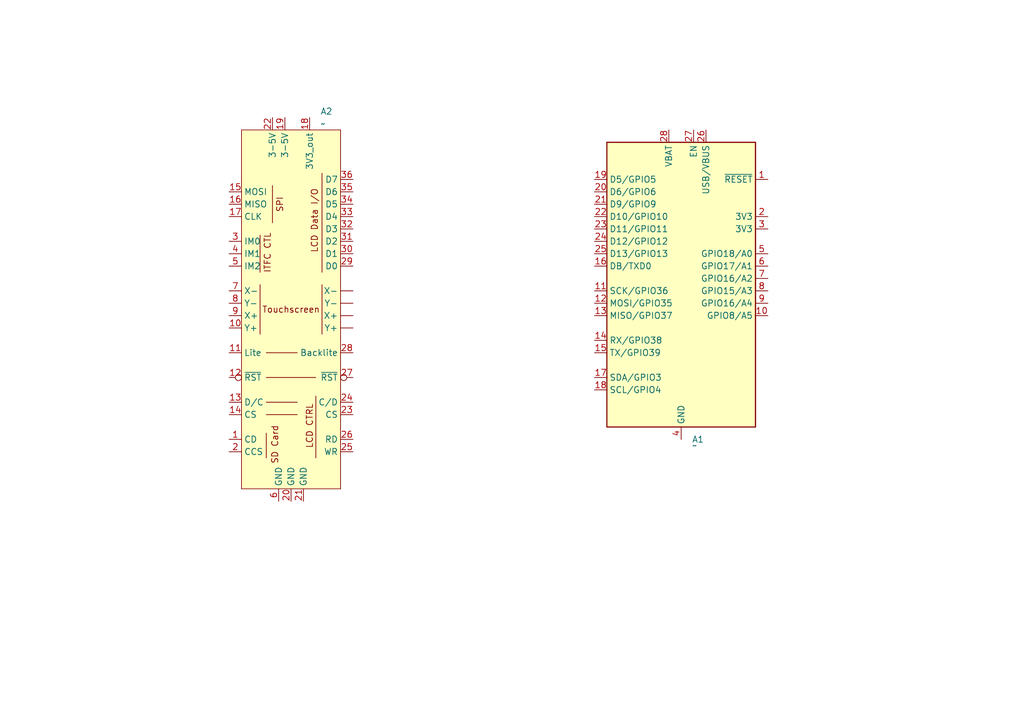
<source format=kicad_sch>
(kicad_sch (version 20231120) (generator "eeschema") (generator_version "8.0")
  (paper "A5")
  (lib_symbols
    (symbol "ESP32:adafruit_feather_esp32s3"
      (property "Reference" "A" (at -14.224 29.21 0))
      (symbol "adafruit_feather_esp32s3_1_1"
        (rectangle (start -15.24 27.94) (end 15.24 -30.48) (stroke (width 0.254)) (fill (type background)))
        (pin input line (at 17.78 20.32 180) (length 2.54) (name "~{RESET}") (number "1"))
        (pin bidirectional line (at 17.78 -7.62 180) (length 2.54) (name "GPIO8/A5") (number "10"))
        (pin bidirectional line (at -17.78 -2.54 0) (length 2.54) (name "SCK/GPIO36") (number "11"))
        (pin bidirectional line (at -17.78 -5.08 0) (length 2.54) (name "MOSI/GPIO35") (number "12"))
        (pin bidirectional line (at -17.78 -7.62 0) (length 2.54) (name "MISO/GPIO37") (number "13"))
        (pin bidirectional line (at -17.78 -12.7 0) (length 2.54) (name "RX/GPIO38") (number "14"))
        (pin bidirectional line (at -17.78 -15.24 0) (length 2.54) (name "TX/GPIO39") (number "15"))
        (pin bidirectional line (at -17.78 2.54 0) (length 2.54) (name "DB/TXD0") (number "16"))
        (pin bidirectional line (at -17.78 -20.32 0) (length 2.54) (name "SDA/GPIO3") (number "17"))
        (pin bidirectional line (at -17.78 -22.86 0) (length 2.54) (name "SCL/GPIO4") (number "18"))
        (pin bidirectional line (at -17.78 20.32 0) (length 2.54) (name "D5/GPIO5") (number "19"))
        (pin input line (at 17.78 12.7 180) (length 2.54) (name "3V3") (number "2"))
        (pin bidirectional line (at -17.78 17.78 0) (length 2.54) (name "D6/GPIO6") (number "20"))
        (pin bidirectional line (at -17.78 15.24 0) (length 2.54) (name "D9/GPIO9") (number "21"))
        (pin bidirectional line (at -17.78 12.7 0) (length 2.54) (name "D10/GPIO10") (number "22"))
        (pin bidirectional line (at -17.78 10.16 0) (length 2.54) (name "D11/GPIO11") (number "23"))
        (pin bidirectional line (at -17.78 7.62 0) (length 2.54) (name "D12/GPIO12") (number "24"))
        (pin bidirectional line (at -17.78 5.08 0) (length 2.54) (name "D13/GPIO13") (number "25"))
        (pin power_in line (at 5.08 30.48 270) (length 2.54) (name "USB/VBUS") (number "26"))
        (pin power_in line (at 2.54 30.48 270) (length 2.54) (name "EN") (number "27"))
        (pin power_in line (at -2.54 30.48 270) (length 2.54) (name "VBAT") (number "28"))
        (pin input line (at 17.78 10.16 180) (length 2.54) (name "3V3") (number "3"))
        (pin power_in line (at 0 -33.02 90) (length 2.54) (name "GND") (number "4"))
        (pin bidirectional line (at 17.78 5.08 180) (length 2.54) (name "GPIO18/A0") (number "5"))
        (pin bidirectional line (at 17.78 2.54 180) (length 2.54) (name "GPIO17/A1") (number "6"))
        (pin bidirectional line (at 17.78 0 180) (length 2.54) (name "GPIO16/A2") (number "7"))
        (pin bidirectional line (at 17.78 -2.54 180) (length 2.54) (name "GPIO15/A3") (number "8"))
        (pin bidirectional line (at 17.78 -5.08 180) (length 2.54) (name "GPIO16/A4") (number "9"))
      )
    )
    (symbol "TFT_Touchscreen:adafruit_320x480_resistive"
      (property "Reference" "A" (at -9.398 38.354 0))
      (symbol "adafruit_320x480_resistive_0_1"
        (polyline (pts (xy 6.35 27.94) (xy 6.35 7.62)))
      )
      (symbol "adafruit_320x480_resistive_1_1"
        (rectangle (start -10.16 36.83) (end 10.16 -36.83) (fill (type background)))
        (polyline (pts (xy -6.35 5.08) (xy -6.35 -5.08)))
        (polyline (pts (xy -6.35 15.24) (xy -6.35 7.62)))
        (polyline (pts (xy -5.08 -30.48) (xy -5.08 -25.4)))
        (polyline (pts (xy -5.08 -21.59) (xy 1.27 -21.59)))
        (polyline (pts (xy -5.08 -19.05) (xy 1.27 -19.05)))
        (polyline (pts (xy -5.08 -13.97) (xy 5.08 -13.97)))
        (polyline (pts (xy -5.08 -8.89) (xy 1.27 -8.89)))
        (polyline (pts (xy -3.81 25.4) (xy -3.81 17.78)))
        (polyline (pts (xy 5.08 -17.78) (xy 5.08 -30.48)))
        (polyline (pts (xy 6.35 5.08) (xy 6.35 -5.08)))
        (text "ITFC CTL" (at -4.826 11.684 900) (effects (font (size 1.27 1.27))))
        (text "LCD CTRL" (at 3.81 -23.876 900) (effects (font (size 1.27 1.27))))
        (text "LCD Data I/O" (at 4.826 18.288 900) (effects (font (size 1.27 1.27))))
        (text "SD Card" (at -3.302 -27.686 900) (effects (font (size 1.27 1.27))))
        (text "SPI" (at -2.286 21.59 900) (effects (font (size 1.27 1.27))))
        (text "Touchscreen" (at 0 0 0) (effects (font (size 1.27 1.27))))
        (pin output line (at 12.7 -1.27 180) (length 2.54) (name "X+") (number ""))
        (pin output line (at 12.7 3.81 180) (length 2.54) (name "X-") (number ""))
        (pin output line (at 12.7 -3.81 180) (length 2.54) (name "Y+") (number ""))
        (pin output line (at 12.7 1.27 180) (length 2.54) (name "Y-") (number ""))
        (pin output line (at -12.7 -26.67 0) (length 2.54) (name "CD") (number "1"))
        (pin output line (at -12.7 -3.81 0) (length 2.54) (name "Y+") (number "10"))
        (pin input line (at -12.7 -8.89 0) (length 2.54) (name "Lite") (number "11"))
        (pin input inverted (at -12.7 -13.97 0) (length 2.54) (name "~{RST}") (number "12"))
        (pin input line (at -12.7 -19.05 0) (length 2.54) (name "D/C") (number "13"))
        (pin input line (at -12.7 -21.59 0) (length 2.54) (name "CS") (number "14"))
        (pin input line (at -12.7 24.13 0) (length 2.54) (name "MOSI") (number "15"))
        (pin output line (at -12.7 21.59 0) (length 2.54) (name "MISO") (number "16"))
        (pin input line (at -12.7 19.05 0) (length 2.54) (name "CLK") (number "17"))
        (pin power_out line (at 3.81 39.37 270) (length 2.54) (name "3V3_out") (number "18"))
        (pin power_in line (at -1.27 39.37 270) (length 2.54) (name "3-5V") (number "19"))
        (pin output line (at -12.7 -29.21 0) (length 2.54) (name "CCS") (number "2"))
        (pin power_in line (at 0 -39.37 90) (length 2.54) (name "GND") (number "20"))
        (pin power_in line (at 2.54 -39.37 90) (length 2.54) (name "GND") (number "21"))
        (pin power_in line (at -3.81 39.37 270) (length 2.54) (name "3-5V") (number "22"))
        (pin input line (at 12.7 -21.59 180) (length 2.54) (name "CS") (number "23"))
        (pin input line (at 12.7 -19.05 180) (length 2.54) (name "C/D") (number "24"))
        (pin input line (at 12.7 -29.21 180) (length 2.54) (name "WR") (number "25"))
        (pin output line (at 12.7 -26.67 180) (length 2.54) (name "RD") (number "26"))
        (pin input inverted (at 12.7 -13.97 180) (length 2.54) (name "~{RST}") (number "27"))
        (pin input line (at 12.7 -8.89 180) (length 2.54) (name "Backlite") (number "28"))
        (pin bidirectional line (at 12.7 8.89 180) (length 2.54) (name "D0") (number "29"))
        (pin input line (at -12.7 13.97 0) (length 2.54) (name "IM0") (number "3"))
        (pin bidirectional line (at 12.7 11.43 180) (length 2.54) (name "D1") (number "30"))
        (pin bidirectional line (at 12.7 13.97 180) (length 2.54) (name "D2") (number "31"))
        (pin bidirectional line (at 12.7 16.51 180) (length 2.54) (name "D3") (number "32"))
        (pin bidirectional line (at 12.7 19.05 180) (length 2.54) (name "D4") (number "33"))
        (pin bidirectional line (at 12.7 21.59 180) (length 2.54) (name "D5") (number "34"))
        (pin bidirectional line (at 12.7 24.13 180) (length 2.54) (name "D6") (number "35"))
        (pin bidirectional line (at 12.7 26.67 180) (length 2.54) (name "D7") (number "36"))
        (pin input line (at -12.7 11.43 0) (length 2.54) (name "IM1") (number "4"))
        (pin input line (at -12.7 8.89 0) (length 2.54) (name "IM2") (number "5"))
        (pin power_in line (at -2.54 -39.37 90) (length 2.54) (name "GND") (number "6"))
        (pin output line (at -12.7 3.81 0) (length 2.54) (name "X-") (number "7"))
        (pin output line (at -12.7 1.27 0) (length 2.54) (name "Y-") (number "8"))
        (pin output line (at -12.7 -1.27 0) (length 2.54) (name "X+") (number "9"))
      )
    )
  )
  (symbol (lib_id "ESP32:adafruit_feather_esp32s3") (at 139.7 57.15 0) (unit 1)
    (property "Reference" "A1" (at 141.8941 90.17 0) (effects (justify left)))
    (property "Value" "~" (at 141.8941 91.44 0) (effects (justify left)))
  )
  (symbol (lib_id "TFT_Touchscreen:adafruit_320x480_resistive") (at 59.69 63.5 0) (unit 1)
    (property "Reference" "A2" (at 65.6941 22.86 0) (effects (justify left)))
    (property "Value" "~" (at 65.6941 25.4 0) (effects (justify left)))
  )
)
</source>
